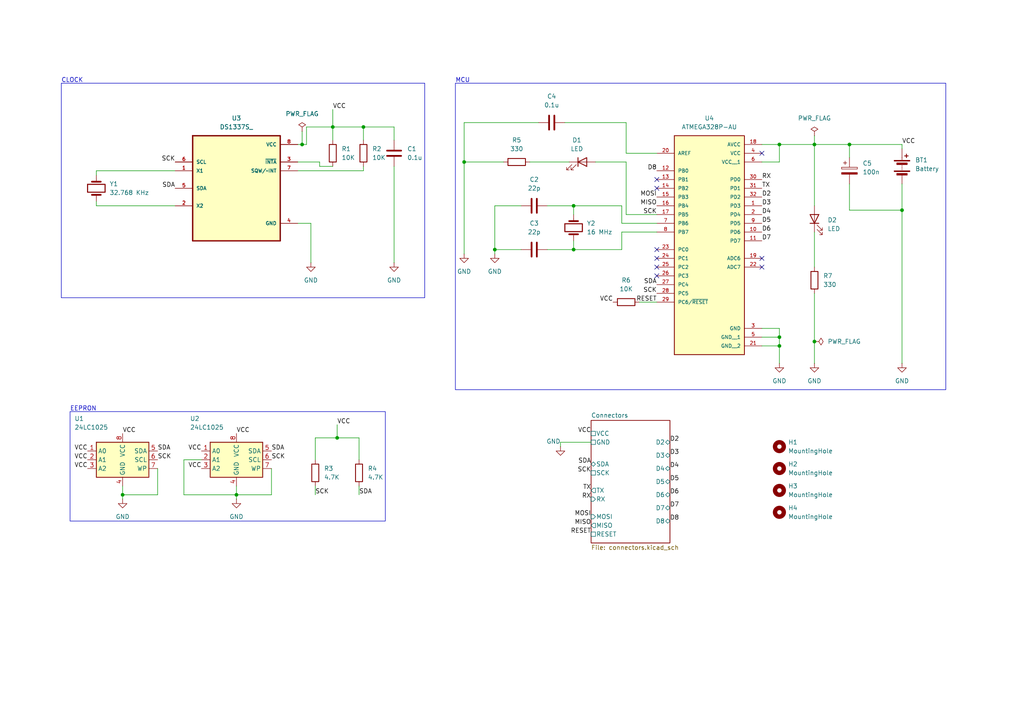
<source format=kicad_sch>
(kicad_sch (version 20250114) (generator "eeschema") (generator_version "9.0")
  (paper "A4")
  (lib_symbols
    (symbol "ATMEGA328P-AU:ATMEGA328P-AU" (pin_names (offset 1.016))
      (property "Reference" "U4" (at 0 33.02 0))
      (property "Value" "ATMEGA328P-AU" (at 0 30.48 0))
      (symbol "ATMEGA328P-AU_0_0"
        (rectangle (start -10.16 -35.56) (end 10.16 27.94) (stroke (width 0.254)) (fill (type background)))
        (pin input line (at -15.24 22.86 0) (length 5.08) (name "AREF") (number "20"))
        (pin bidirectional line (at -15.24 17.78 0) (length 5.08) (name "PB0") (number "12"))
        (pin bidirectional line (at -15.24 15.24 0) (length 5.08) (name "PB1") (number "13"))
        (pin bidirectional line (at -15.24 12.7 0) (length 5.08) (name "PB2") (number "14"))
        (pin bidirectional line (at -15.24 10.16 0) (length 5.08) (name "PB3") (number "15"))
        (pin bidirectional line (at -15.24 7.62 0) (length 5.08) (name "PB4") (number "16"))
        (pin bidirectional line (at -15.24 5.08 0) (length 5.08) (name "PB5") (number "17"))
        (pin bidirectional line (at -15.24 2.54 0) (length 5.08) (name "PB6") (number "7"))
        (pin bidirectional line (at -15.24 0 0) (length 5.08) (name "PB7") (number "8"))
        (pin bidirectional line (at -15.24 -5.08 0) (length 5.08) (name "PC0") (number "23"))
        (pin bidirectional line (at -15.24 -7.62 0) (length 5.08) (name "PC1") (number "24"))
        (pin bidirectional line (at -15.24 -10.16 0) (length 5.08) (name "PC2") (number "25"))
        (pin bidirectional line (at -15.24 -12.7 0) (length 5.08) (name "PC3") (number "26"))
        (pin bidirectional line (at -15.24 -15.24 0) (length 5.08) (name "PC4") (number "27"))
        (pin bidirectional line (at -15.24 -17.78 0) (length 5.08) (name "PC5") (number "28"))
        (pin bidirectional line (at -15.24 -20.32 0) (length 5.08) (name "PC6/~{RESET}") (number "29"))
        (pin power_in line (at 15.24 25.4 180) (length 5.08) (name "AVCC") (number "18"))
        (pin power_in line (at 15.24 22.86 180) (length 5.08) (name "VCC") (number "4"))
        (pin power_in line (at 15.24 20.32 180) (length 5.08) (name "VCC__1") (number "6"))
        (pin bidirectional line (at 15.24 15.24 180) (length 5.08) (name "PD0") (number "30"))
        (pin bidirectional line (at 15.24 12.7 180) (length 5.08) (name "PD1") (number "31"))
        (pin bidirectional line (at 15.24 10.16 180) (length 5.08) (name "PD2") (number "32"))
        (pin bidirectional line (at 15.24 7.62 180) (length 5.08) (name "PD3") (number "1"))
        (pin bidirectional line (at 15.24 5.08 180) (length 5.08) (name "PD4") (number "2"))
        (pin bidirectional line (at 15.24 2.54 180) (length 5.08) (name "PD5") (number "9"))
        (pin bidirectional line (at 15.24 0 180) (length 5.08) (name "PD6") (number "10"))
        (pin bidirectional line (at 15.24 -2.54 180) (length 5.08) (name "PD7") (number "11"))
        (pin bidirectional line (at 15.24 -7.62 180) (length 5.08) (name "ADC6") (number "19"))
        (pin bidirectional line (at 15.24 -10.16 180) (length 5.08) (name "ADC7") (number "22"))
        (pin power_in line (at 15.24 -27.94 180) (length 5.08) (name "GND") (number "3"))
        (pin power_in line (at 15.24 -30.48 180) (length 5.08) (name "GND__1") (number "5"))
        (pin power_in line (at 15.24 -33.02 180) (length 5.08) (name "GND__2") (number "21"))
      )
    )
    (symbol "DS1337S_:DS1337S_" (pin_names (offset 1.016))
      (property "Reference" "U" (at -12.7 16.24 0))
      (property "Value" "DS1337S_" (at -12.7 -19.24 0))
      (symbol "DS1337S__0_0"
        (rectangle (start -12.7 -15.24) (end 12.7 15.24) (stroke (width 0.41)) (fill (type background)))
        (pin input line (at -17.78 7.62 0) (length 5.08) (name "SCL") (number "6"))
        (pin input line (at -17.78 5.08 0) (length 5.08) (name "X1") (number "1"))
        (pin bidirectional line (at -17.78 0 0) (length 5.08) (name "SDA") (number "5"))
        (pin bidirectional line (at -17.78 -5.08 0) (length 5.08) (name "X2") (number "2"))
        (pin power_in line (at 17.78 12.7 180) (length 5.08) (name "VCC") (number "8"))
        (pin output line (at 17.78 7.62 180) (length 5.08) (name "~{INTA}") (number "3"))
        (pin output line (at 17.78 5.08 180) (length 5.08) (name "SQW/~INT") (number "7"))
        (pin power_in line (at 17.78 -10.16 180) (length 5.08) (name "GND") (number "4"))
      )
    )
    (symbol "Device:Battery" (pin_numbers (hide yes)) (pin_names (offset 0) (hide yes))
      (property "Reference" "BT" (at 2.54 2.54 0))
      (property "Value" "Battery" (at 2.54 0 0))
      (symbol "Battery_0_1"
        (rectangle (start -2.286 1.778) (end 2.286 1.524) (fill (type outline)))
        (rectangle (start -2.286 -1.27) (end 2.286 -1.524) (fill (type outline)))
        (rectangle (start -1.524 1.016) (end 1.524 0.508) (fill (type outline)))
        (rectangle (start -1.524 -2.032) (end 1.524 -2.54) (fill (type outline)))
        (polyline (pts (xy 0 1.778) (xy 0 2.54)))
        (polyline (pts (xy 0 0) (xy 0 0.254)))
        (polyline (pts (xy 0 -0.508) (xy 0 -0.254)))
        (polyline (pts (xy 0 -1.016) (xy 0 -0.762)))
        (polyline (pts (xy 0.762 3.048) (xy 1.778 3.048)) (stroke (width 0.254)))
        (polyline (pts (xy 1.27 3.556) (xy 1.27 2.54)) (stroke (width 0.254)))
      )
      (symbol "Battery_1_1"
        (pin passive line (at 0 5.08 270) (length 2.54) (name "+") (number "1"))
        (pin passive line (at 0 -5.08 90) (length 2.54) (name "-") (number "2"))
      )
    )
    (symbol "Device:C" (pin_numbers (hide yes)) (pin_names (offset 0.254))
      (property "Reference" "C" (at 0.635 2.54 0))
      (property "Value" "C" (at 0.635 -2.54 0))
      (symbol "C_0_1"
        (polyline (pts (xy -2.032 0.762) (xy 2.032 0.762)) (stroke (width 0.508)))
        (polyline (pts (xy -2.032 -0.762) (xy 2.032 -0.762)) (stroke (width 0.508)))
      )
      (symbol "C_1_1"
        (pin passive line (at 0 3.81 270) (length 2.794) (name "~") (number "1"))
        (pin passive line (at 0 -3.81 90) (length 2.794) (name "~") (number "2"))
      )
    )
    (symbol "Device:C_Polarized" (pin_numbers (hide yes)) (pin_names (offset 0.254))
      (property "Reference" "C" (at 0.635 2.54 0))
      (property "Value" "C_Polarized" (at 0.635 -2.54 0))
      (symbol "C_Polarized_0_1"
        (rectangle (start -2.286 0.508) (end 2.286 1.016))
        (polyline (pts (xy -1.778 2.286) (xy -0.762 2.286)))
        (polyline (pts (xy -1.27 2.794) (xy -1.27 1.778)))
        (rectangle (start 2.286 -0.508) (end -2.286 -1.016) (fill (type outline)))
      )
      (symbol "C_Polarized_1_1"
        (pin passive line (at 0 3.81 270) (length 2.794) (name "~") (number "1"))
        (pin passive line (at 0 -3.81 90) (length 2.794) (name "~") (number "2"))
      )
    )
    (symbol "Device:Crystal" (pin_numbers (hide yes)) (pin_names (offset 1.016) (hide yes))
      (property "Reference" "Y" (at 0 3.81 0))
      (property "Value" "Crystal" (at 0 -3.81 0))
      (symbol "Crystal_0_1"
        (polyline (pts (xy -2.54 0) (xy -1.905 0)))
        (polyline (pts (xy -1.905 -1.27) (xy -1.905 1.27)) (stroke (width 0.508)))
        (rectangle (start -1.143 2.54) (end 1.143 -2.54) (stroke (width 0.3048)))
        (polyline (pts (xy 1.905 -1.27) (xy 1.905 1.27)) (stroke (width 0.508)))
        (polyline (pts (xy 2.54 0) (xy 1.905 0)))
      )
      (symbol "Crystal_1_1"
        (pin passive line (at -3.81 0 0) (length 1.27) (name "1") (number "1"))
        (pin passive line (at 3.81 0 180) (length 1.27) (name "2") (number "2"))
      )
    )
    (symbol "Device:LED" (pin_numbers (hide yes)) (pin_names (offset 1.016) (hide yes))
      (property "Reference" "D" (at 0 2.54 0))
      (property "Value" "LED" (at 0 -2.54 0))
      (symbol "LED_0_1"
        (polyline (pts (xy -3.048 -0.762) (xy -4.572 -2.286) (xy -3.81 -2.286) (xy -4.572 -2.286) (xy -4.572 -1.524)))
        (polyline (pts (xy -1.778 -0.762) (xy -3.302 -2.286) (xy -2.54 -2.286) (xy -3.302 -2.286) (xy -3.302 -1.524)))
        (polyline (pts (xy -1.27 0) (xy 1.27 0)))
        (polyline (pts (xy -1.27 -1.27) (xy -1.27 1.27)) (stroke (width 0.254)))
        (polyline (pts (xy 1.27 -1.27) (xy 1.27 1.27) (xy -1.27 0) (xy 1.27 -1.27)) (stroke (width 0.254)))
      )
      (symbol "LED_1_1"
        (pin passive line (at -3.81 0 0) (length 2.54) (name "K") (number "1"))
        (pin passive line (at 3.81 0 180) (length 2.54) (name "A") (number "2"))
      )
    )
    (symbol "Device:R" (pin_numbers (hide yes)) (pin_names (offset 0))
      (property "Reference" "R" (at 2.032 0 90))
      (property "Value" "R" (at 0 0 90))
      (symbol "R_0_1"
        (rectangle (start -1.016 -2.54) (end 1.016 2.54) (stroke (width 0.254)))
      )
      (symbol "R_1_1"
        (pin passive line (at 0 3.81 270) (length 1.27) (name "~") (number "1"))
        (pin passive line (at 0 -3.81 90) (length 1.27) (name "~") (number "2"))
      )
    )
    (symbol "Mechanical:MountingHole" (pin_names (offset 1.016)) (in_bom no)
      (property "Reference" "H" (at 0 5.08 0))
      (property "Value" "MountingHole" (at 0 3.175 0))
      (symbol "MountingHole_0_1"
        (circle (center 0 0) (radius 1.27) (stroke (width 1.27)))
      )
    )
    (symbol "Memory_EEPROM:24LC1025"
      (property "Reference" "U" (at -6.35 6.35 0))
      (property "Value" "24LC1025" (at 1.27 6.35 0))
      (symbol "24LC1025_1_1"
        (rectangle (start -7.62 5.08) (end 7.62 -5.08) (stroke (width 0.254)) (fill (type background)))
        (pin input line (at -10.16 2.54 0) (length 2.54) (name "A0") (number "1"))
        (pin input line (at -10.16 0 0) (length 2.54) (name "A1") (number "2"))
        (pin input line (at -10.16 -2.54 0) (length 2.54) (name "A2") (number "3"))
        (pin power_in line (at 0 7.62 270) (length 2.54) (name "VCC") (number "8"))
        (pin power_in line (at 0 -7.62 90) (length 2.54) (name "GND") (number "4"))
        (pin bidirectional line (at 10.16 2.54 180) (length 2.54) (name "SDA") (number "5"))
        (pin input line (at 10.16 0 180) (length 2.54) (name "SCL") (number "6"))
        (pin input line (at 10.16 -2.54 180) (length 2.54) (name "WP") (number "7"))
      )
    )
    (symbol "power:GND" (power) (pin_numbers (hide yes)) (pin_names (offset 0) (hide yes))
      (property "Value" "GND" (at 0 -3.81 0))
      (symbol "GND_0_1"
        (polyline (pts (xy 0 0) (xy 0 -1.27) (xy 1.27 -1.27) (xy 0 -2.54) (xy -1.27 -1.27) (xy 0 -1.27)))
      )
      (symbol "GND_1_1"
        (pin power_in line (at 0 0 270) (length 0) (name "~") (number "1"))
      )
    )
    (symbol "power:PWR_FLAG" (power) (pin_numbers (hide yes)) (pin_names (offset 0) (hide yes))
      (property "Value" "PWR_FLAG" (at 0 3.81 0))
      (symbol "PWR_FLAG_0_0"
        (pin power_out line (at 0 0 90) (length 0) (name "~") (number "1"))
      )
      (symbol "PWR_FLAG_0_1"
        (polyline (pts (xy 0 0) (xy 0 1.27) (xy -1.016 1.905) (xy 0 2.54) (xy 1.016 1.905) (xy 0 1.27)))
      )
    )
  )
  (rectangle (start 132.08 24.13) (end 274.32 113.03))
  (rectangle (start 17.78 24.13) (end 123.19 86.36))
  (rectangle (start 20.32 119.38) (end 111.76 151.13))
  (text "EEPRON" (at 20.32 118.618 0) (effects (font (size 1.27 1.27)) (justify left)))
  (text "CLOCK" (at 17.78 23.368 0) (effects (font (size 1.27 1.27)) (justify left)))
  (text "MCU" (at 132.08 23.368 0) (effects (font (size 1.27 1.27)) (justify left)))
  (junction (at 35.56 143.51))
  (junction (at 68.58 143.51))
  (junction (at 87.63 41.91))
  (junction (at 143.51 72.39))
  (junction (at 134.62 46.99))
  (junction (at 236.22 41.91))
  (junction (at 226.06 97.79))
  (junction (at 105.41 36.83))
  (junction (at 166.37 59.69))
  (junction (at 96.52 36.83))
  (junction (at 97.79 127))
  (junction (at 236.22 99.06))
  (junction (at 226.06 100.33))
  (junction (at 226.06 41.91))
  (junction (at 166.37 72.39))
  (junction (at 261.62 60.96))
  (junction (at 246.38 41.91))
  (no_connect (at 190.5 74.93))
  (no_connect (at 190.5 80.01))
  (no_connect (at 220.98 44.45))
  (no_connect (at 220.98 77.47))
  (no_connect (at 190.5 77.47))
  (no_connect (at 190.5 54.61))
  (no_connect (at 190.5 52.07))
  (no_connect (at 220.98 74.93))
  (no_connect (at 190.5 72.39))
  (wire (pts (xy 114.3 36.83) (xy 114.3 40.64)))
  (wire (pts (xy 181.61 35.56) (xy 163.83 35.56)))
  (wire (pts (xy 90.17 64.77) (xy 90.17 76.2)))
  (wire (pts (xy 181.61 44.45) (xy 181.61 35.56)))
  (wire (pts (xy 190.5 64.77) (xy 180.34 64.77)))
  (wire (pts (xy 87.63 38.1) (xy 87.63 41.91)))
  (wire (pts (xy 88.9 41.91) (xy 88.9 36.83)))
  (wire (pts (xy 246.38 53.34) (xy 246.38 60.96)))
  (wire (pts (xy 190.5 44.45) (xy 181.61 44.45)))
  (wire (pts (xy 162.56 128.27) (xy 162.56 129.54)))
  (wire (pts (xy 87.63 41.91) (xy 88.9 41.91)))
  (wire (pts (xy 220.98 46.99) (xy 226.06 46.99)))
  (wire (pts (xy 158.75 59.69) (xy 166.37 59.69)))
  (wire (pts (xy 91.44 127) (xy 97.79 127)))
  (wire (pts (xy 190.5 67.31) (xy 180.34 67.31)))
  (wire (pts (xy 166.37 72.39) (xy 180.34 72.39)))
  (wire (pts (xy 181.61 62.23) (xy 181.61 46.99)))
  (wire (pts (xy 86.36 49.53) (xy 105.41 49.53)))
  (wire (pts (xy 180.34 64.77) (xy 180.34 59.69)))
  (wire (pts (xy 53.34 133.35) (xy 53.34 143.51)))
  (wire (pts (xy 91.44 133.35) (xy 91.44 127)))
  (wire (pts (xy 181.61 46.99) (xy 172.72 46.99)))
  (wire (pts (xy 97.79 123.19) (xy 97.79 127)))
  (wire (pts (xy 91.44 140.97) (xy 91.44 143.51)))
  (wire (pts (xy 35.56 143.51) (xy 35.56 140.97)))
  (wire (pts (xy 97.79 127) (xy 104.14 127)))
  (wire (pts (xy 53.34 143.51) (xy 68.58 143.51)))
  (wire (pts (xy 158.75 72.39) (xy 166.37 72.39)))
  (wire (pts (xy 134.62 35.56) (xy 134.62 46.99)))
  (wire (pts (xy 226.06 46.99) (xy 226.06 41.91)))
  (wire (pts (xy 27.94 59.69) (xy 27.94 58.42)))
  (wire (pts (xy 92.71 48.26) (xy 96.52 48.26)))
  (wire (pts (xy 114.3 48.26) (xy 114.3 76.2)))
  (wire (pts (xy 236.22 41.91) (xy 236.22 59.69)))
  (wire (pts (xy 50.8 49.53) (xy 27.94 49.53)))
  (wire (pts (xy 96.52 36.83) (xy 105.41 36.83)))
  (wire (pts (xy 226.06 41.91) (xy 236.22 41.91)))
  (wire (pts (xy 146.05 46.99) (xy 134.62 46.99)))
  (wire (pts (xy 92.71 46.99) (xy 92.71 48.26)))
  (wire (pts (xy 171.45 128.27) (xy 162.56 128.27)))
  (wire (pts (xy 105.41 36.83) (xy 114.3 36.83)))
  (wire (pts (xy 261.62 41.91) (xy 261.62 43.18)))
  (wire (pts (xy 86.36 41.91) (xy 87.63 41.91)))
  (wire (pts (xy 45.72 143.51) (xy 35.56 143.51)))
  (wire (pts (xy 261.62 60.96) (xy 261.62 105.41)))
  (wire (pts (xy 104.14 140.97) (xy 104.14 143.51)))
  (wire (pts (xy 261.62 53.34) (xy 261.62 60.96)))
  (wire (pts (xy 190.5 62.23) (xy 181.61 62.23)))
  (wire (pts (xy 96.52 36.83) (xy 96.52 40.64)))
  (wire (pts (xy 105.41 36.83) (xy 105.41 40.64)))
  (wire (pts (xy 236.22 39.37) (xy 236.22 41.91)))
  (wire (pts (xy 185.42 87.63) (xy 190.5 87.63)))
  (wire (pts (xy 220.98 95.25) (xy 226.06 95.25)))
  (wire (pts (xy 68.58 140.97) (xy 68.58 143.51)))
  (wire (pts (xy 78.74 135.89) (xy 78.74 143.51)))
  (wire (pts (xy 166.37 59.69) (xy 166.37 62.23)))
  (wire (pts (xy 143.51 59.69) (xy 143.51 72.39)))
  (wire (pts (xy 166.37 59.69) (xy 180.34 59.69)))
  (wire (pts (xy 236.22 85.09) (xy 236.22 99.06)))
  (wire (pts (xy 246.38 41.91) (xy 246.38 45.72)))
  (wire (pts (xy 226.06 97.79) (xy 226.06 100.33)))
  (wire (pts (xy 143.51 72.39) (xy 143.51 73.66)))
  (wire (pts (xy 78.74 143.51) (xy 68.58 143.51)))
  (wire (pts (xy 58.42 133.35) (xy 53.34 133.35)))
  (wire (pts (xy 153.67 46.99) (xy 165.1 46.99)))
  (wire (pts (xy 104.14 127) (xy 104.14 133.35)))
  (wire (pts (xy 236.22 67.31) (xy 236.22 77.47)))
  (wire (pts (xy 226.06 95.25) (xy 226.06 97.79)))
  (wire (pts (xy 134.62 46.99) (xy 134.62 73.66)))
  (wire (pts (xy 261.62 41.91) (xy 246.38 41.91)))
  (wire (pts (xy 86.36 46.99) (xy 92.71 46.99)))
  (wire (pts (xy 226.06 41.91) (xy 220.98 41.91)))
  (wire (pts (xy 35.56 144.78) (xy 35.56 143.51)))
  (wire (pts (xy 220.98 97.79) (xy 226.06 97.79)))
  (wire (pts (xy 151.13 72.39) (xy 143.51 72.39)))
  (wire (pts (xy 45.72 135.89) (xy 45.72 143.51)))
  (wire (pts (xy 68.58 144.78) (xy 68.58 143.51)))
  (wire (pts (xy 236.22 99.06) (xy 236.22 105.41)))
  (wire (pts (xy 226.06 100.33) (xy 226.06 105.41)))
  (wire (pts (xy 96.52 31.75) (xy 96.52 36.83)))
  (wire (pts (xy 105.41 49.53) (xy 105.41 48.26)))
  (wire (pts (xy 27.94 49.53) (xy 27.94 50.8)))
  (wire (pts (xy 50.8 59.69) (xy 27.94 59.69)))
  (wire (pts (xy 156.21 35.56) (xy 134.62 35.56)))
  (wire (pts (xy 246.38 60.96) (xy 261.62 60.96)))
  (wire (pts (xy 166.37 69.85) (xy 166.37 72.39)))
  (wire (pts (xy 151.13 59.69) (xy 143.51 59.69)))
  (wire (pts (xy 86.36 64.77) (xy 90.17 64.77)))
  (wire (pts (xy 180.34 67.31) (xy 180.34 72.39)))
  (wire (pts (xy 88.9 36.83) (xy 96.52 36.83)))
  (wire (pts (xy 220.98 100.33) (xy 226.06 100.33)))
  (wire (pts (xy 246.38 41.91) (xy 236.22 41.91)))
  (label "RX" (at 220.98 52.07 0))
  (label "VCC" (at 97.79 123.19 0))
  (label "D4" (at 194.31 135.89 0))
  (label "SCK" (at 91.44 143.51 0))
  (label "D4" (at 220.98 62.23 0))
  (label "MOSI" (at 190.5 57.15 180))
  (label "D7" (at 220.98 69.85 0))
  (label "SDA" (at 171.45 134.62 180))
  (label "D3" (at 220.98 59.69 0))
  (label "D2" (at 220.98 57.15 0))
  (label "VCC" (at 58.42 130.81 180))
  (label "SCK" (at 50.8 46.99 180))
  (label "SCK" (at 171.45 137.16 180))
  (label "RESET" (at 190.5 87.63 180))
  (label "RX" (at 171.45 144.78 180))
  (label "D3" (at 194.31 132.08 0))
  (label "SCK" (at 190.5 85.09 180))
  (label "VCC" (at 68.58 125.73 0))
  (label "SCK" (at 190.5 62.23 180))
  (label "D5" (at 194.31 139.7 0))
  (label "SCK" (at 78.74 133.35 0))
  (label "TX" (at 171.45 142.24 180))
  (label "SDA" (at 78.74 130.81 0))
  (label "VCC" (at 171.45 125.73 180))
  (label "SDA" (at 190.5 82.55 180))
  (label "MOSI" (at 171.45 149.86 180))
  (label "VCC" (at 25.4 130.81 180))
  (label "VCC" (at 25.4 133.35 180))
  (label "VCC" (at 58.42 135.89 180))
  (label "TX" (at 220.98 54.61 0))
  (label "D2" (at 194.31 128.27 0))
  (label "D5" (at 220.98 64.77 0))
  (label "VCC" (at 35.56 125.73 0))
  (label "VCC" (at 261.62 41.91 0))
  (label "SDA" (at 104.14 143.51 0))
  (label "D7" (at 194.31 147.32 0))
  (label "VCC" (at 177.8 87.63 180))
  (label "D8" (at 194.31 151.13 0))
  (label "SDA" (at 50.8 54.61 180))
  (label "RESET" (at 171.45 154.94 180))
  (label "D6" (at 194.31 143.51 0))
  (label "D8" (at 190.5 49.53 180))
  (label "VCC" (at 96.52 31.75 0))
  (label "MISO" (at 190.5 59.69 180))
  (label "D6" (at 220.98 67.31 0))
  (label "SCK" (at 45.72 133.35 0))
  (label "VCC" (at 25.4 135.89 180))
  (label "SDA" (at 45.72 130.81 0))
  (label "MISO" (at 171.45 152.4 180))
  (symbol (lib_id "power:GND") (at 114.3 76.2 0) (unit 1)
    (property "Reference" "#PWR02" (effects (hide yes)))
    (property "Value" "GND" (at 114.3 81.28 0))
    (property "Description" "Power symbol creates a global label with name \"GND\" , ground" (effects (hide yes)))
  )
  (symbol (lib_id "Device:Crystal") (at 166.37 66.04 90) (unit 1)
    (property "Reference" "Y2" (at 170.18 64.7699 90) (effects (justify right)))
    (property "Value" "16 MHz" (at 170.18 67.3099 90) (effects (justify right)))
    (property "Footprint" "Crystal:Crystal_SMD_5032-2Pin_5.0x3.2mm_HandSoldering" (effects (hide yes)))
    (property "Description" "Two pin crystal" (effects (hide yes)))
  )
  (symbol (lib_id "Device:C") (at 114.3 44.45 0) (unit 1)
    (property "Reference" "C1" (at 118.11 43.1799 0) (effects (justify left)))
    (property "Value" "0.1u" (at 118.11 45.7199 0) (effects (justify left)))
    (property "Footprint" "Capacitor_SMD:C_0805_2012Metric_Pad1.18x1.45mm_HandSolder" (effects (hide yes)))
    (property "Description" "Unpolarized capacitor" (effects (hide yes)))
  )
  (symbol (lib_id "Device:C") (at 154.94 59.69 270) (unit 1)
    (property "Reference" "C2" (at 154.94 52.07 90))
    (property "Value" "22p" (at 154.94 54.61 90))
    (property "Footprint" "Capacitor_SMD:C_0805_2012Metric_Pad1.18x1.45mm_HandSolder" (effects (hide yes)))
    (property "Description" "Unpolarized capacitor" (effects (hide yes)))
  )
  (symbol (lib_id "Mechanical:MountingHole") (at 226.06 135.89 0) (unit 1) (in_bom no)
    (property "Reference" "H2" (at 228.6 134.6199 0) (effects (justify left)))
    (property "Value" "MountingHole" (at 228.6 137.1599 0) (effects (justify left)))
    (property "Footprint" "MountingHole:MountingHole_2.1mm" (effects (hide yes)))
    (property "Description" "Mounting Hole without connection" (effects (hide yes)))
  )
  (symbol (lib_id "power:PWR_FLAG") (at 236.22 99.06 270) (unit 1)
    (property "Reference" "#FLG02" (effects (hide yes)))
    (property "Value" "PWR_FLAG" (at 240.03 99.0599 90) (effects (justify left)))
    (property "Description" "Special symbol for telling ERC where power comes from" (effects (hide yes)))
  )
  (symbol (lib_id "Device:R") (at 91.44 137.16 0) (unit 1)
    (property "Reference" "R3" (at 93.98 135.8899 0) (effects (justify left)))
    (property "Value" "4.7K" (at 93.98 138.4299 0) (effects (justify left)))
    (property "Footprint" "Resistor_SMD:R_0805_2012Metric_Pad1.20x1.40mm_HandSolder" (effects (hide yes)))
    (property "Description" "Resistor" (effects (hide yes)))
  )
  (symbol (lib_id "Mechanical:MountingHole") (at 226.06 142.24 0) (unit 1) (in_bom no)
    (property "Reference" "H3" (at 228.6 140.9699 0) (effects (justify left)))
    (property "Value" "MountingHole" (at 228.6 143.5099 0) (effects (justify left)))
    (property "Footprint" "MountingHole:MountingHole_2.1mm" (effects (hide yes)))
    (property "Description" "Mounting Hole without connection" (effects (hide yes)))
  )
  (symbol (lib_id "power:GND") (at 143.51 73.66 0) (unit 1)
    (property "Reference" "#PWR08" (effects (hide yes)))
    (property "Value" "GND" (at 143.51 78.74 0))
    (property "Description" "Power symbol creates a global label with name \"GND\" , ground" (effects (hide yes)))
  )
  (symbol (lib_id "Memory_EEPROM:24LC1025") (at 68.58 133.35 0) (unit 1)
    (property "Reference" "U2" (at 55.118 121.412 0) (effects (justify left)))
    (property "Value" "24LC1025" (at 55.118 123.952 0) (effects (justify left)))
    (property "Footprint" "Package_SO:SOIC-8_5.3x5.3mm_P1.27mm" (effects (hide yes)))
    (property "Datasheet" "http://ww1.microchip.com/downloads/en/DeviceDoc/21941B.pdf" (effects (hide yes)))
    (property "Description" "I2C Serial EEPROM, 1024Kb, DIP-8/SOIC-8/TSSOP-8/DFN-8" (effects (hide yes)))
  )
  (symbol (lib_id "power:GND") (at 134.62 73.66 0) (unit 1)
    (property "Reference" "#PWR09" (effects (hide yes)))
    (property "Value" "GND" (at 134.62 78.74 0))
    (property "Description" "Power symbol creates a global label with name \"GND\" , ground" (effects (hide yes)))
  )
  (symbol (lib_id "power:PWR_FLAG") (at 87.63 38.1 0) (unit 1)
    (property "Reference" "#FLG03" (effects (hide yes)))
    (property "Value" "PWR_FLAG" (at 87.63 33.02 0))
    (property "Description" "Special symbol for telling ERC where power comes from" (effects (hide yes)))
  )
  (symbol (lib_id "power:GND") (at 162.56 129.54 0) (unit 1)
    (property "Reference" "#PWR010" (effects (hide yes)))
    (property "Value" "GND" (at 160.528 128.016 0))
    (property "Description" "Power symbol creates a global label with name \"GND\" , ground" (effects (hide yes)))
  )
  (symbol (lib_id "Memory_EEPROM:24LC1025") (at 35.56 133.35 0) (unit 1)
    (property "Reference" "U1" (at 21.59 121.412 0) (effects (justify left)))
    (property "Value" "24LC1025" (at 21.59 123.952 0) (effects (justify left)))
    (property "Footprint" "Package_SO:SOIC-8_5.3x5.3mm_P1.27mm" (effects (hide yes)))
    (property "Datasheet" "http://ww1.microchip.com/downloads/en/DeviceDoc/21941B.pdf" (effects (hide yes)))
    (property "Description" "I2C Serial EEPROM, 1024Kb, DIP-8/SOIC-8/TSSOP-8/DFN-8" (effects (hide yes)))
  )
  (symbol (lib_id "Device:R") (at 149.86 46.99 90) (unit 1)
    (property "Reference" "R5" (at 149.86 40.64 90))
    (property "Value" "330" (at 149.86 43.18 90))
    (property "Footprint" "Resistor_SMD:R_0805_2012Metric_Pad1.20x1.40mm_HandSolder" (effects (hide yes)))
    (property "Description" "Resistor" (effects (hide yes)))
  )
  (symbol (lib_id "Device:C_Polarized") (at 246.38 49.53 0) (unit 1)
    (property "Reference" "C5" (at 250.19 47.3709 0) (effects (justify left)))
    (property "Value" "100n" (at 250.19 49.9109 0) (effects (justify left)))
    (property "Footprint" "Capacitor_SMD:C_0805_2012Metric_Pad1.18x1.45mm_HandSolder" (effects (hide yes)))
    (property "Description" "Polarized capacitor" (effects (hide yes)))
  )
  (symbol (lib_id "Device:LED") (at 236.22 63.5 90) (unit 1)
    (property "Reference" "D2" (at 240.03 63.8174 90) (effects (justify right)))
    (property "Value" "LED" (at 240.03 66.3574 90) (effects (justify right)))
    (property "Footprint" "LED_SMD:LED_0805_2012Metric_Pad1.15x1.40mm_HandSolder" (effects (hide yes)))
    (property "Description" "Light emitting diode" (effects (hide yes)))
    (property "Sim.Pins" "1=K 2=A" (effects (hide yes)))
  )
  (symbol (lib_id "DS1337S_:DS1337S_") (at 68.58 54.61 0) (unit 1)
    (property "Reference" "U3" (at 68.58 34.29 0))
    (property "Value" "DS1337S_" (at 68.58 36.83 0))
    (property "Footprint" "DS1337S_:SOIC127P600X175-8N" (effects (hide yes)))
    (property "Datasheet" "https://www.snapeda.com/parts/DS1337S+/Analog%20Devices/datasheet/" (effects (hide yes)))
    (property "MF" "Analog Devices" (effects (hide yes)))
    (property "Description_1" "I²C Serial Real-Time Clock" (effects (hide yes)))
    (property "Package" "SOIC-8 Maxim" (effects (hide yes)))
    (property "Price" "None" (effects (hide yes)))
    (property "SnapEDA_Link" "https://www.snapeda.com/parts/DS1337S+/Analog+Devices/view-part/?ref=snap" (effects (hide yes)))
    (property "MP" "DS1337S+" (effects (hide yes)))
    (property "Availability" "In Stock" (effects (hide yes)))
    (property "Check_prices" "https://www.snapeda.com/parts/DS1337S+/Analog+Devices/view-part/?ref=eda" (effects (hide yes)))
  )
  (symbol (lib_id "Device:R") (at 104.14 137.16 180) (unit 1)
    (property "Reference" "R4" (at 106.68 135.8899 0) (effects (justify right)))
    (property "Value" "4.7K" (at 106.68 138.4299 0) (effects (justify right)))
    (property "Footprint" "Resistor_SMD:R_0805_2012Metric_Pad1.20x1.40mm_HandSolder" (effects (hide yes)))
    (property "Description" "Resistor" (effects (hide yes)))
  )
  (symbol (lib_id "Mechanical:MountingHole") (at 226.06 129.54 0) (unit 1) (in_bom no)
    (property "Reference" "H1" (at 228.6 128.2699 0) (effects (justify left)))
    (property "Value" "MountingHole" (at 228.6 130.8099 0) (effects (justify left)))
    (property "Footprint" "MountingHole:MountingHole_2.1mm" (effects (hide yes)))
    (property "Description" "Mounting Hole without connection" (effects (hide yes)))
  )
  (symbol (lib_id "Device:LED") (at 168.91 46.99 0) (unit 1)
    (property "Reference" "D1" (at 167.3225 40.64 0))
    (property "Value" "LED" (at 167.3225 43.18 0))
    (property "Footprint" "LED_SMD:LED_0805_2012Metric_Pad1.15x1.40mm_HandSolder" (effects (hide yes)))
    (property "Description" "Light emitting diode" (effects (hide yes)))
    (property "Sim.Pins" "1=K 2=A" (effects (hide yes)))
  )
  (symbol (lib_id "power:PWR_FLAG") (at 236.22 39.37 0) (unit 1)
    (property "Reference" "#FLG01" (effects (hide yes)))
    (property "Value" "PWR_FLAG" (at 236.22 34.29 0))
    (property "Description" "Special symbol for telling ERC where power comes from" (effects (hide yes)))
  )
  (symbol (lib_id "power:GND") (at 261.62 105.41 0) (unit 1)
    (property "Reference" "#PWR07" (effects (hide yes)))
    (property "Value" "GND" (at 261.62 110.49 0))
    (property "Description" "Power symbol creates a global label with name \"GND\" , ground" (effects (hide yes)))
  )
  (symbol (lib_id "Mechanical:MountingHole") (at 226.06 148.59 0) (unit 1) (in_bom no)
    (property "Reference" "H4" (at 228.6 147.3199 0) (effects (justify left)))
    (property "Value" "MountingHole" (at 228.6 149.8599 0) (effects (justify left)))
    (property "Footprint" "MountingHole:MountingHole_2.1mm" (effects (hide yes)))
    (property "Description" "Mounting Hole without connection" (effects (hide yes)))
  )
  (symbol (lib_id "power:GND") (at 35.56 144.78 0) (unit 1)
    (property "Reference" "#PWR03" (effects (hide yes)))
    (property "Value" "GND" (at 35.56 149.86 0))
    (property "Description" "Power symbol creates a global label with name \"GND\" , ground" (effects (hide yes)))
  )
  (symbol (lib_id "Device:R") (at 236.22 81.28 0) (unit 1)
    (property "Reference" "R7" (at 238.76 80.0099 0) (effects (justify left)))
    (property "Value" "330" (at 238.76 82.5499 0) (effects (justify left)))
    (property "Footprint" "Resistor_SMD:R_0805_2012Metric_Pad1.20x1.40mm_HandSolder" (effects (hide yes)))
    (property "Description" "Resistor" (effects (hide yes)))
  )
  (symbol (lib_id "power:GND") (at 236.22 105.41 0) (unit 1)
    (property "Reference" "#PWR06" (effects (hide yes)))
    (property "Value" "GND" (at 236.22 110.49 0))
    (property "Description" "Power symbol creates a global label with name \"GND\" , ground" (effects (hide yes)))
  )
  (symbol (lib_id "power:GND") (at 68.58 144.78 0) (unit 1)
    (property "Reference" "#PWR04" (effects (hide yes)))
    (property "Value" "GND" (at 68.58 149.86 0))
    (property "Description" "Power symbol creates a global label with name \"GND\" , ground" (effects (hide yes)))
  )
  (symbol (lib_id "Device:C") (at 160.02 35.56 90) (unit 1)
    (property "Reference" "C4" (at 160.02 27.94 90))
    (property "Value" "0.1u" (at 160.02 30.48 90))
    (property "Footprint" "Capacitor_SMD:C_0805_2012Metric_Pad1.18x1.45mm_HandSolder" (effects (hide yes)))
    (property "Description" "Unpolarized capacitor" (effects (hide yes)))
  )
  (symbol (lib_id "Device:R") (at 181.61 87.63 90) (unit 1)
    (property "Reference" "R6" (at 181.61 81.28 90))
    (property "Value" "10K" (at 181.61 83.82 90))
    (property "Footprint" "Resistor_SMD:R_0805_2012Metric_Pad1.20x1.40mm_HandSolder" (effects (hide yes)))
    (property "Description" "Resistor" (effects (hide yes)))
  )
  (symbol (lib_id "ATMEGA328P-AU:ATMEGA328P-AU") (at 205.74 67.31 0) (unit 1)
    (property "Reference" "U4" (at 205.74 34.29 0))
    (property "Value" "ATMEGA328P-AU" (at 205.74 36.83 0))
    (property "Footprint" "ATMEGA328P-AU:QFP80P900X900X120-32N" (effects (hide yes)))
    (property "Datasheet" "https://ww1.microchip.com/downloads/aemDocuments/documents/MCU08/ProductDocuments/DataSheets/ATmega48A-PA-88A-PA-168A-PA-328-P-DS-DS40002061B.pdf" (effects (hide yes)))
    (property "DigiKey_Part_Number" "ATMEGA328P-AU-ND" (effects (hide yes)))
    (property "SnapEDA_Link" "https://www.snapeda.com/parts/ATMEGA328P-AU/Microchip+Technology/view-part/?ref=snap" (effects (hide yes)))
    (property "MAXIMUM_PACKAGE_HEIGHT" "1.20mm" (effects (hide yes)))
    (property "Package" "TQFP-32 Microchip" (effects (hide yes)))
    (property "Check_prices" "https://www.snapeda.com/parts/ATMEGA328P-AU/Microchip+Technology/view-part/?ref=eda" (effects (hide yes)))
    (property "STANDARD" "IPC-7351B" (effects (hide yes)))
    (property "PARTREV" "8271A" (effects (hide yes)))
    (property "MF" "MICROCHIP TECH." (effects (hide yes)))
    (property "MP" "ATMEGA328P-AU" (effects (hide yes)))
    (property "Description_1" "MCU 8-bit - AVR ATmega Family ATmega328 Series Microcontrollers - 20 MHz - 32 KB - 2 KB - 32 Pins." (effects (hide yes)))
    (property "MANUFACTURER" "Microchip" (effects (hide yes)))
  )
  (symbol (lib_id "power:GND") (at 226.06 105.41 0) (unit 1)
    (property "Reference" "#PWR05" (effects (hide yes)))
    (property "Value" "GND" (at 226.06 110.49 0))
    (property "Description" "Power symbol creates a global label with name \"GND\" , ground" (effects (hide yes)))
  )
  (symbol (lib_id "Device:Battery") (at 261.62 48.26 0) (unit 1)
    (property "Reference" "BT1" (at 265.43 46.4184 0) (effects (justify left)))
    (property "Value" "Battery" (at 265.43 48.9584 0) (effects (justify left)))
    (property "Footprint" "Connector_PinHeader_2.54mm:PinHeader_1x02_P2.54mm_Vertical" (effects (hide yes)))
    (property "Description" "Multiple-cell battery" (effects (hide yes)))
  )
  (symbol (lib_id "power:GND") (at 90.17 76.2 0) (unit 1)
    (property "Reference" "#PWR01" (effects (hide yes)))
    (property "Value" "GND" (at 90.17 81.28 0))
    (property "Description" "Power symbol creates a global label with name \"GND\" , ground" (effects (hide yes)))
  )
  (symbol (lib_id "Device:C") (at 154.94 72.39 90) (unit 1)
    (property "Reference" "C3" (at 154.94 64.77 90))
    (property "Value" "22p" (at 154.94 67.31 90))
    (property "Footprint" "Capacitor_SMD:C_0805_2012Metric_Pad1.18x1.45mm_HandSolder" (effects (hide yes)))
    (property "Description" "Unpolarized capacitor" (effects (hide yes)))
  )
  (symbol (lib_id "Device:R") (at 96.52 44.45 0) (unit 1)
    (property "Reference" "R1" (at 99.06 43.1799 0) (effects (justify left)))
    (property "Value" "10K" (at 99.06 45.7199 0) (effects (justify left)))
    (property "Footprint" "Resistor_SMD:R_0805_2012Metric_Pad1.20x1.40mm_HandSolder" (effects (hide yes)))
    (property "Description" "Resistor" (effects (hide yes)))
  )
  (symbol (lib_id "Device:Crystal") (at 27.94 54.61 90) (unit 1)
    (property "Reference" "Y1" (at 31.75 53.3399 90) (effects (justify right)))
    (property "Value" "32.768 KHz" (at 31.75 55.8799 90) (effects (justify right)))
    (property "Footprint" "Crystal:Crystal_SMD_5032-2Pin_5.0x3.2mm_HandSoldering" (effects (hide yes)))
    (property "Description" "Two pin crystal" (effects (hide yes)))
  )
  (symbol (lib_id "Device:R") (at 105.41 44.45 0) (unit 1)
    (property "Reference" "R2" (at 107.95 43.1799 0) (effects (justify left)))
    (property "Value" "10K" (at 107.95 45.7199 0) (effects (justify left)))
    (property "Footprint" "Resistor_SMD:R_0805_2012Metric_Pad1.20x1.40mm_HandSolder" (effects (hide yes)))
    (property "Description" "Resistor" (effects (hide yes)))
  )
  (sheet (at 171.45 121.92) (size 22.86 35.56) (stroke (width 0.1524))
    (property "Sheetname" "Connectors" (at 171.45 121.2084 0) (effects (justify left bottom)))
    (property "Sheetfile" "connectors.kicad_sch" (at 171.45 158.0646 0) (effects (justify left top)))
    (pin "D7" bidirectional (at 194.31 147.32 0))
    (pin "MISO" output (at 171.45 152.4 180))
    (pin "D4" bidirectional (at 194.31 135.89 0))
    (pin "VCC" passive (at 171.45 125.73 180))
    (pin "D2" bidirectional (at 194.31 128.27 0))
    (pin "SCK" passive (at 171.45 137.16 180))
    (pin "D8" bidirectional (at 194.31 151.13 0))
    (pin "MOSI" input (at 171.45 149.86 180))
    (pin "RX" input (at 171.45 144.78 180))
    (pin "D5" bidirectional (at 194.31 139.7 0))
    (pin "RESET" passive (at 171.45 154.94 180))
    (pin "SDA" bidirectional (at 171.45 134.62 180))
    (pin "GND" passive (at 171.45 128.27 180))
    (pin "TX" output (at 171.45 142.24 180))
    (pin "D6" bidirectional (at 194.31 143.51 0))
    (pin "D3" bidirectional (at 194.31 132.08 0))
  )
)
</source>
